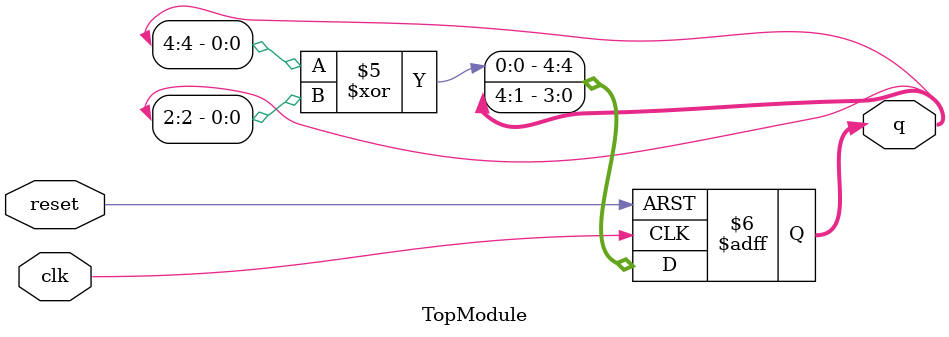
<source format=sv>

module TopModule (
  input clk,
  input reset,
  output reg [4:0] q
);
    always @(posedge clk or posedge reset) begin
        if (reset) begin
            q <= 5'b00001; // Reset to 1
        end else begin
            // Calculate the new bit to be shifted in
            reg new_bit;
            new_bit = q[4] ^ q[2]; // XOR of bit positions 5 and 3
            
            // Shift the register and insert the new bit
            q <= {new_bit, q[4:1]};
        end
    end
endmodule
/*
Status: Error running testbench

Fail Messages:The testbench simulated, but had errors. Please fix the module. The output of iverilog is as follows:
VCD info: dumpfile wave.vcd opened for output.
./execute_environment/testbench.sv:65: $finish called at 22216 (1ps)
Hint: Output 'q' has 4412 mismatches. First mismatch occurred at time 40.
Hint: Total mismatched samples is 4412 out of 4443 samples

Simulation finished at 22216 ps
Mismatches: 4412 in 4443 samples
*/

/*
Insufficient Understanding of Circuit Concepts: LFSR
*/
</source>
